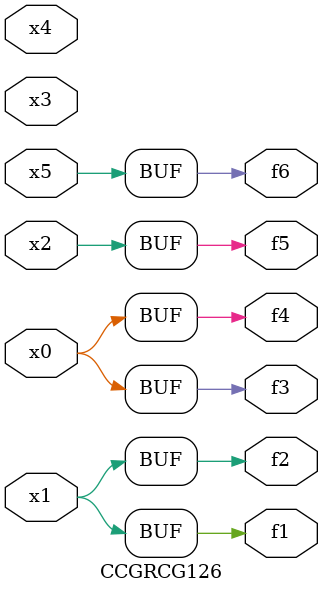
<source format=v>
module CCGRCG126(
	input x0, x1, x2, x3, x4, x5,
	output f1, f2, f3, f4, f5, f6
);
	assign f1 = x1;
	assign f2 = x1;
	assign f3 = x0;
	assign f4 = x0;
	assign f5 = x2;
	assign f6 = x5;
endmodule

</source>
